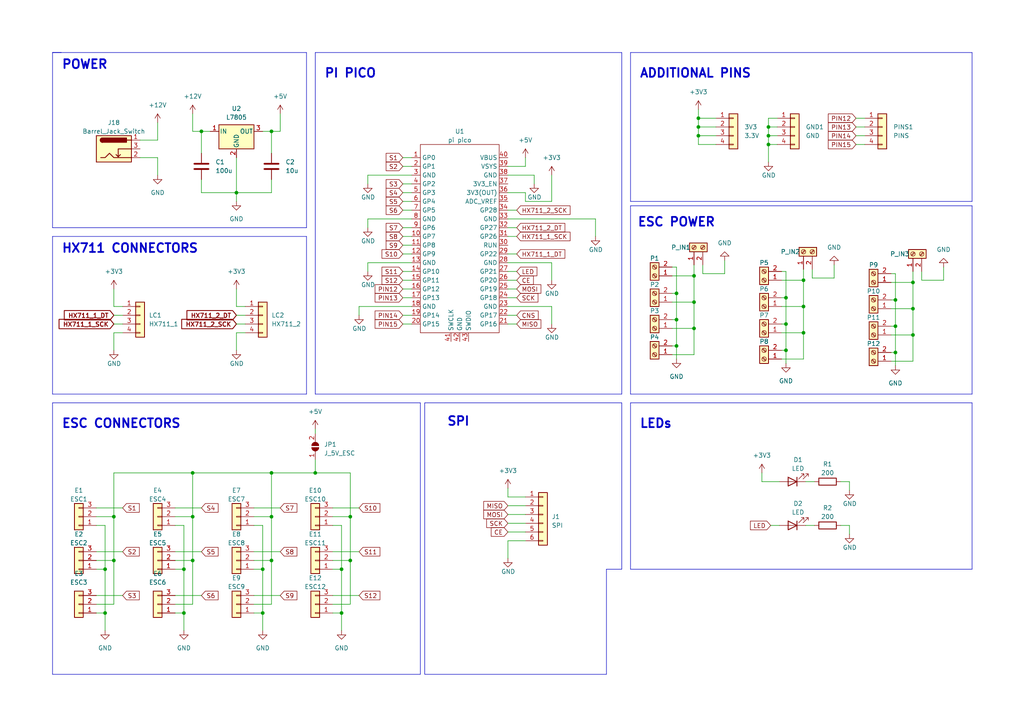
<source format=kicad_sch>
(kicad_sch (version 20230121) (generator eeschema)
  (paper "A4")
  (lib_symbols
    (symbol "Connector:Barrel_Jack_Switch" (pin_names hide)
      (property "Reference" "J" (at 0 5.334 0))
      (property "Value" "Barrel_Jack_Switch" (at 0 -5.08 0))
      (symbol "Barrel_Jack_Switch_0_1"
        (rectangle (start -5.08 3.81) (end 5.08 -3.81) (stroke (width 0.254)) (fill (type background)))
        (arc (start -3.302 3.175) (mid -3.9343 2.54) (end -3.302 1.905) (stroke (width 0.254)))
        (arc (start -3.302 3.175) (mid -3.9343 2.54) (end -3.302 1.905) (stroke (width 0.254)) (fill (type outline)))
        (polyline (pts (xy 1.27 -2.286) (xy 1.905 -1.651)) (stroke (width 0.254)))
        (polyline (pts (xy 5.08 2.54) (xy 3.81 2.54)) (stroke (width 0.254)))
        (polyline (pts (xy 5.08 0) (xy 1.27 0) (xy 1.27 -2.286) (xy 0.635 -1.651)) (stroke (width 0.254)))
        (polyline (pts (xy -3.81 -2.54) (xy -2.54 -2.54) (xy -1.27 -1.27) (xy 0 -2.54) (xy 2.54 -2.54) (xy 5.08 -2.54)) (stroke (width 0.254)))
        (rectangle (start 3.683 3.175) (end -3.302 1.905) (stroke (width 0.254)) (fill (type outline)))
      )
      (symbol "Barrel_Jack_Switch_1_1"
        (pin passive line (at 7.62 2.54 180) (length 2.54) (name "~") (number "1"))
        (pin passive line (at 7.62 -2.54 180) (length 2.54) (name "~") (number "2"))
        (pin passive line (at 7.62 0 180) (length 2.54) (name "~") (number "3"))
      )
    )
    (symbol "Connector:Screw_Terminal_01x02" (pin_names (offset 1.016) hide)
      (property "Reference" "J" (at 0 2.54 0))
      (property "Value" "Screw_Terminal_01x02" (at 0 -5.08 0))
      (symbol "Screw_Terminal_01x02_1_1"
        (rectangle (start -1.27 1.27) (end 1.27 -3.81) (stroke (width 0.254)) (fill (type background)))
        (circle (center 0 -2.54) (radius 0.635) (stroke (width 0.1524)))
        (polyline (pts (xy -0.5334 -2.2098) (xy 0.3302 -3.048)) (stroke (width 0.1524)))
        (polyline (pts (xy -0.5334 0.3302) (xy 0.3302 -0.508)) (stroke (width 0.1524)))
        (polyline (pts (xy -0.3556 -2.032) (xy 0.508 -2.8702)) (stroke (width 0.1524)))
        (polyline (pts (xy -0.3556 0.508) (xy 0.508 -0.3302)) (stroke (width 0.1524)))
        (circle (center 0 0) (radius 0.635) (stroke (width 0.1524)))
        (pin passive line (at -5.08 0 0) (length 3.81) (name "Pin_1") (number "1"))
        (pin passive line (at -5.08 -2.54 0) (length 3.81) (name "Pin_2") (number "2"))
      )
    )
    (symbol "Connector_Generic:Conn_01x03" (pin_names (offset 1.016) hide)
      (property "Reference" "J" (at 0 5.08 0))
      (property "Value" "Conn_01x03" (at 0 -5.08 0))
      (symbol "Conn_01x03_1_1"
        (rectangle (start -1.27 -2.413) (end 0 -2.667) (stroke (width 0.1524)))
        (rectangle (start -1.27 0.127) (end 0 -0.127) (stroke (width 0.1524)))
        (rectangle (start -1.27 2.667) (end 0 2.413) (stroke (width 0.1524)))
        (rectangle (start -1.27 3.81) (end 1.27 -3.81) (stroke (width 0.254)) (fill (type background)))
        (pin passive line (at -5.08 2.54 0) (length 3.81) (name "Pin_1") (number "1"))
        (pin passive line (at -5.08 0 0) (length 3.81) (name "Pin_2") (number "2"))
        (pin passive line (at -5.08 -2.54 0) (length 3.81) (name "Pin_3") (number "3"))
      )
    )
    (symbol "Connector_Generic:Conn_01x04" (pin_names (offset 1.016) hide)
      (property "Reference" "J" (at 0 5.08 0))
      (property "Value" "Conn_01x04" (at 0 -7.62 0))
      (symbol "Conn_01x04_1_1"
        (rectangle (start -1.27 -4.953) (end 0 -5.207) (stroke (width 0.1524)))
        (rectangle (start -1.27 -2.413) (end 0 -2.667) (stroke (width 0.1524)))
        (rectangle (start -1.27 0.127) (end 0 -0.127) (stroke (width 0.1524)))
        (rectangle (start -1.27 2.667) (end 0 2.413) (stroke (width 0.1524)))
        (rectangle (start -1.27 3.81) (end 1.27 -6.35) (stroke (width 0.254)) (fill (type background)))
        (pin passive line (at -5.08 2.54 0) (length 3.81) (name "Pin_1") (number "1"))
        (pin passive line (at -5.08 0 0) (length 3.81) (name "Pin_2") (number "2"))
        (pin passive line (at -5.08 -2.54 0) (length 3.81) (name "Pin_3") (number "3"))
        (pin passive line (at -5.08 -5.08 0) (length 3.81) (name "Pin_4") (number "4"))
      )
    )
    (symbol "Connector_Generic:Conn_01x06" (pin_names (offset 1.016) hide)
      (property "Reference" "J" (at 0 7.62 0))
      (property "Value" "Conn_01x06" (at 0 -10.16 0))
      (symbol "Conn_01x06_1_1"
        (rectangle (start -1.27 -7.493) (end 0 -7.747) (stroke (width 0.1524)))
        (rectangle (start -1.27 -4.953) (end 0 -5.207) (stroke (width 0.1524)))
        (rectangle (start -1.27 -2.413) (end 0 -2.667) (stroke (width 0.1524)))
        (rectangle (start -1.27 0.127) (end 0 -0.127) (stroke (width 0.1524)))
        (rectangle (start -1.27 2.667) (end 0 2.413) (stroke (width 0.1524)))
        (rectangle (start -1.27 5.207) (end 0 4.953) (stroke (width 0.1524)))
        (rectangle (start -1.27 6.35) (end 1.27 -8.89) (stroke (width 0.254)) (fill (type background)))
        (pin passive line (at -5.08 5.08 0) (length 3.81) (name "Pin_1") (number "1"))
        (pin passive line (at -5.08 2.54 0) (length 3.81) (name "Pin_2") (number "2"))
        (pin passive line (at -5.08 0 0) (length 3.81) (name "Pin_3") (number "3"))
        (pin passive line (at -5.08 -2.54 0) (length 3.81) (name "Pin_4") (number "4"))
        (pin passive line (at -5.08 -5.08 0) (length 3.81) (name "Pin_5") (number "5"))
        (pin passive line (at -5.08 -7.62 0) (length 3.81) (name "Pin_6") (number "6"))
      )
    )
    (symbol "Device:C" (pin_numbers hide) (pin_names (offset 0.254))
      (property "Reference" "C" (at 0.635 2.54 0))
      (property "Value" "C" (at 0.635 -2.54 0))
      (symbol "C_0_1"
        (polyline (pts (xy -2.032 -0.762) (xy 2.032 -0.762)) (stroke (width 0.508)))
        (polyline (pts (xy -2.032 0.762) (xy 2.032 0.762)) (stroke (width 0.508)))
      )
      (symbol "C_1_1"
        (pin passive line (at 0 3.81 270) (length 2.794) (name "~") (number "1"))
        (pin passive line (at 0 -3.81 90) (length 2.794) (name "~") (number "2"))
      )
    )
    (symbol "Device:LED" (pin_numbers hide) (pin_names (offset 1.016) hide)
      (property "Reference" "D" (at 0 2.54 0))
      (property "Value" "LED" (at 0 -2.54 0))
      (symbol "LED_0_1"
        (polyline (pts (xy -1.27 -1.27) (xy -1.27 1.27)) (stroke (width 0.254)))
        (polyline (pts (xy -1.27 0) (xy 1.27 0)))
        (polyline (pts (xy 1.27 -1.27) (xy 1.27 1.27) (xy -1.27 0) (xy 1.27 -1.27)) (stroke (width 0.254)))
        (polyline (pts (xy -3.048 -0.762) (xy -4.572 -2.286) (xy -3.81 -2.286) (xy -4.572 -2.286) (xy -4.572 -1.524)))
        (polyline (pts (xy -1.778 -0.762) (xy -3.302 -2.286) (xy -2.54 -2.286) (xy -3.302 -2.286) (xy -3.302 -1.524)))
      )
      (symbol "LED_1_1"
        (pin passive line (at -3.81 0 0) (length 2.54) (name "K") (number "1"))
        (pin passive line (at 3.81 0 180) (length 2.54) (name "A") (number "2"))
      )
    )
    (symbol "Device:R" (pin_numbers hide) (pin_names (offset 0))
      (property "Reference" "R" (at 2.032 0 90))
      (property "Value" "R" (at 0 0 90))
      (symbol "R_0_1"
        (rectangle (start -1.016 -2.54) (end 1.016 2.54) (stroke (width 0.254)))
      )
      (symbol "R_1_1"
        (pin passive line (at 0 3.81 270) (length 1.27) (name "~") (number "1"))
        (pin passive line (at 0 -3.81 90) (length 1.27) (name "~") (number "2"))
      )
    )
    (symbol "Jumper:SolderJumper_2_Open" (pin_names (offset 0) hide)
      (property "Reference" "JP" (at 0 2.032 0))
      (property "Value" "SolderJumper_2_Open" (at 0 -2.54 0))
      (symbol "SolderJumper_2_Open_0_1"
        (arc (start -0.254 1.016) (mid -1.2656 0) (end -0.254 -1.016))
        (arc (start -0.254 1.016) (mid -1.2656 0) (end -0.254 -1.016) (fill (type outline)))
        (polyline (pts (xy -0.254 1.016) (xy -0.254 -1.016)))
        (polyline (pts (xy 0.254 1.016) (xy 0.254 -1.016)))
        (arc (start 0.254 -1.016) (mid 1.2656 0) (end 0.254 1.016))
        (arc (start 0.254 -1.016) (mid 1.2656 0) (end 0.254 1.016) (fill (type outline)))
      )
      (symbol "SolderJumper_2_Open_1_1"
        (pin passive line (at -3.81 0 0) (length 2.54) (name "A") (number "1"))
        (pin passive line (at 3.81 0 180) (length 2.54) (name "B") (number "2"))
      )
    )
    (symbol "Regulator_Linear:L7805" (pin_names (offset 0.254))
      (property "Reference" "U" (at -3.81 3.175 0))
      (property "Value" "L7805" (at 0 3.175 0))
      (symbol "L7805_0_1"
        (rectangle (start -5.08 1.905) (end 5.08 -5.08) (stroke (width 0.254)) (fill (type background)))
      )
      (symbol "L7805_1_1"
        (pin power_in line (at -7.62 0 0) (length 2.54) (name "IN") (number "1"))
        (pin power_in line (at 0 -7.62 90) (length 2.54) (name "GND") (number "2"))
        (pin power_out line (at 7.62 0 180) (length 2.54) (name "OUT") (number "3"))
      )
    )
    (symbol "pico:pi pico"
      (property "Reference" "U" (at 6.35 -29.21 0))
      (property "Value" "pi pico" (at 0 25.4 0))
      (symbol "pi pico_0_1"
        (rectangle (start -11.43 26.67) (end 11.43 -27.94))
      )
      (symbol "pi pico_1_1"
        (pin bidirectional line (at -13.97 22.86 0) (length 2.54) (name "GP0") (number "1"))
        (pin bidirectional line (at -13.97 0 0) (length 2.54) (name "GP7") (number "10"))
        (pin bidirectional line (at -13.97 -2.54 0) (length 2.54) (name "GP8") (number "11"))
        (pin bidirectional line (at -13.97 -5.08 0) (length 2.54) (name "GP9") (number "12"))
        (pin power_in line (at -13.97 -7.62 0) (length 2.54) (name "GND") (number "13"))
        (pin bidirectional line (at -13.97 -10.16 0) (length 2.54) (name "GP10") (number "14"))
        (pin bidirectional line (at -13.97 -12.7 0) (length 2.54) (name "GP11") (number "15"))
        (pin bidirectional line (at -13.97 -15.24 0) (length 2.54) (name "GP12") (number "16"))
        (pin bidirectional line (at -13.97 -17.78 0) (length 2.54) (name "GP13") (number "17"))
        (pin power_in line (at -13.97 -20.32 0) (length 2.54) (name "GND") (number "18"))
        (pin bidirectional line (at -13.97 -22.86 0) (length 2.54) (name "GP14") (number "19"))
        (pin bidirectional line (at -13.97 20.32 0) (length 2.54) (name "GP1") (number "2"))
        (pin bidirectional line (at -13.97 -25.4 0) (length 2.54) (name "GP15") (number "20"))
        (pin bidirectional line (at 13.97 -25.4 180) (length 2.54) (name "GP16") (number "21"))
        (pin bidirectional line (at 13.97 -22.86 180) (length 2.54) (name "GP17") (number "22"))
        (pin power_in line (at 13.97 -20.32 180) (length 2.54) (name "GND") (number "23"))
        (pin bidirectional line (at 13.97 -17.78 180) (length 2.54) (name "GP18") (number "24"))
        (pin bidirectional line (at 13.97 -15.24 180) (length 2.54) (name "GP19") (number "25"))
        (pin bidirectional line (at 13.97 -12.7 180) (length 2.54) (name "GP20") (number "26"))
        (pin bidirectional line (at 13.97 -10.16 180) (length 2.54) (name "GP21") (number "27"))
        (pin power_in line (at 13.97 -7.62 180) (length 2.54) (name "GND") (number "28"))
        (pin bidirectional line (at 13.97 -5.08 180) (length 2.54) (name "GP22") (number "29"))
        (pin power_in line (at -13.97 17.78 0) (length 2.54) (name "GND") (number "3"))
        (pin input line (at 13.97 -2.54 180) (length 2.54) (name "RUN") (number "30"))
        (pin bidirectional line (at 13.97 0 180) (length 2.54) (name "GP26") (number "31"))
        (pin bidirectional line (at 13.97 2.54 180) (length 2.54) (name "GP27") (number "32"))
        (pin power_in line (at 13.97 5.08 180) (length 2.54) (name "GND") (number "33"))
        (pin bidirectional line (at 13.97 7.62 180) (length 2.54) (name "GP28") (number "34"))
        (pin input line (at 13.97 10.16 180) (length 2.54) (name "ADC_VREF") (number "35"))
        (pin power_out line (at 13.97 12.7 180) (length 2.54) (name "3V3(OUT)") (number "36"))
        (pin input line (at 13.97 15.24 180) (length 2.54) (name "3V3_EN") (number "37"))
        (pin power_in line (at 13.97 17.78 180) (length 2.54) (name "GND") (number "38"))
        (pin power_out line (at 13.97 20.32 180) (length 2.54) (name "VSYS") (number "39"))
        (pin bidirectional line (at -13.97 15.24 0) (length 2.54) (name "GP2") (number "4"))
        (pin power_out line (at 13.97 22.86 180) (length 2.54) (name "VBUS") (number "40"))
        (pin bidirectional line (at -2.54 -30.48 90) (length 2.54) (name "SWCLK") (number "41"))
        (pin power_in line (at 0 -30.48 90) (length 2.54) (name "GND") (number "42"))
        (pin bidirectional line (at 2.54 -30.48 90) (length 2.54) (name "SWDIO") (number "43"))
        (pin bidirectional line (at -13.97 12.7 0) (length 2.54) (name "GP3") (number "5"))
        (pin bidirectional line (at -13.97 10.16 0) (length 2.54) (name "GP4") (number "6"))
        (pin bidirectional line (at -13.97 7.62 0) (length 2.54) (name "GP5") (number "7"))
        (pin power_in line (at -13.97 5.08 0) (length 2.54) (name "GND") (number "8"))
        (pin bidirectional line (at -13.97 2.54 0) (length 2.54) (name "GP6") (number "9"))
      )
    )
    (symbol "power:+12V" (power) (pin_names (offset 0))
      (property "Value" "+12V" (at 0 3.556 0))
      (symbol "+12V_0_1"
        (polyline (pts (xy -0.762 1.27) (xy 0 2.54)))
        (polyline (pts (xy 0 0) (xy 0 2.54)))
        (polyline (pts (xy 0 2.54) (xy 0.762 1.27)))
      )
      (symbol "+12V_1_1"
        (pin power_in line (at 0 0 90) (length 0) hide (name "+12V") (number "1"))
      )
    )
    (symbol "power:+3V3" (power) (pin_names (offset 0))
      (property "Value" "+3V3" (at 0 3.556 0))
      (symbol "+3V3_0_1"
        (polyline (pts (xy -0.762 1.27) (xy 0 2.54)))
        (polyline (pts (xy 0 0) (xy 0 2.54)))
        (polyline (pts (xy 0 2.54) (xy 0.762 1.27)))
      )
      (symbol "+3V3_1_1"
        (pin power_in line (at 0 0 90) (length 0) hide (name "+3V3") (number "1"))
      )
    )
    (symbol "power:+5V" (power) (pin_names (offset 0))
      (property "Value" "+5V" (at 0 3.556 0))
      (symbol "+5V_0_1"
        (polyline (pts (xy -0.762 1.27) (xy 0 2.54)))
        (polyline (pts (xy 0 0) (xy 0 2.54)))
        (polyline (pts (xy 0 2.54) (xy 0.762 1.27)))
      )
      (symbol "+5V_1_1"
        (pin power_in line (at 0 0 90) (length 0) hide (name "+5V") (number "1"))
      )
    )
    (symbol "power:GND" (power) (pin_names (offset 0))
      (property "Value" "GND" (at 0 -3.81 0))
      (symbol "GND_0_1"
        (polyline (pts (xy 0 0) (xy 0 -1.27) (xy 1.27 -1.27) (xy 0 -2.54) (xy -1.27 -1.27) (xy 0 -1.27)))
      )
      (symbol "GND_1_1"
        (pin power_in line (at 0 0 270) (length 0) hide (name "GND") (number "1"))
      )
    )
  )
  (junction (at 227.965 101.6))
  (junction (at 264.795 97.155))
  (junction (at 202.565 34.29))
  (junction (at 222.885 36.83))
  (junction (at 33.02 162.56))
  (junction (at 99.06 165.1))
  (junction (at 259.715 86.995))
  (junction (at 222.885 41.91))
  (junction (at 227.965 93.98))
  (junction (at 99.06 177.8))
  (junction (at 259.715 94.615))
  (junction (at 76.2 177.8))
  (junction (at 233.045 88.9))
  (junction (at 264.795 89.535))
  (junction (at 201.295 87.63))
  (junction (at 233.045 96.52))
  (junction (at 201.295 95.25))
  (junction (at 233.045 81.28))
  (junction (at 196.215 85.09))
  (junction (at 30.48 177.8))
  (junction (at 222.885 39.37))
  (junction (at 55.88 149.86))
  (junction (at 53.34 165.1))
  (junction (at 259.715 102.235))
  (junction (at 33.02 149.86))
  (junction (at 30.48 165.1))
  (junction (at 78.74 162.56))
  (junction (at 68.58 55.88))
  (junction (at 202.565 36.83))
  (junction (at 101.6 149.86))
  (junction (at 78.74 38.1))
  (junction (at 202.565 39.37))
  (junction (at 201.295 80.01))
  (junction (at 53.34 177.8))
  (junction (at 91.44 137.16))
  (junction (at 76.2 165.1))
  (junction (at 55.88 162.56))
  (junction (at 78.74 149.86))
  (junction (at 55.88 137.16))
  (junction (at 101.6 162.56))
  (junction (at 196.215 92.71))
  (junction (at 58.42 38.1))
  (junction (at 196.215 100.33))
  (junction (at 227.965 86.36))
  (junction (at 78.74 137.16))
  (junction (at 264.795 81.915))
  (wire (pts (xy 96.52 152.4) (xy 99.06 152.4)))
  (wire (pts (xy 116.84 55.88) (xy 119.38 55.88)))
  (polyline (pts (xy 15.24 15.24) (xy 17.78 15.24)))
  (wire (pts (xy 116.84 83.82) (xy 119.38 83.82)))
  (wire (pts (xy 222.885 39.37) (xy 222.885 36.83)))
  (polyline (pts (xy 15.24 66.04) (xy 88.9 66.04)))
  (wire (pts (xy 152.4 55.88) (xy 147.32 55.88)))
  (wire (pts (xy 196.215 85.09) (xy 196.215 92.71)))
  (wire (pts (xy 27.94 162.56) (xy 33.02 162.56)))
  (wire (pts (xy 68.58 91.44) (xy 71.12 91.44)))
  (wire (pts (xy 147.32 83.82) (xy 149.86 83.82)))
  (wire (pts (xy 50.8 160.02) (xy 58.42 160.02)))
  (wire (pts (xy 71.12 96.52) (xy 68.58 96.52)))
  (wire (pts (xy 202.565 34.29) (xy 207.645 34.29)))
  (wire (pts (xy 106.68 78.74) (xy 106.68 76.2)))
  (polyline (pts (xy 281.94 114.3) (xy 281.94 59.69)))
  (wire (pts (xy 50.8 175.26) (xy 55.88 175.26)))
  (wire (pts (xy 55.88 137.16) (xy 55.88 149.86)))
  (wire (pts (xy 202.565 39.37) (xy 202.565 41.91)))
  (wire (pts (xy 235.585 78.105) (xy 235.585 80.645)))
  (wire (pts (xy 203.835 76.835) (xy 203.835 79.375)))
  (wire (pts (xy 248.285 41.91) (xy 250.825 41.91)))
  (wire (pts (xy 147.32 151.765) (xy 152.4 151.765)))
  (wire (pts (xy 91.44 124.46) (xy 91.44 125.73)))
  (wire (pts (xy 50.8 152.4) (xy 53.34 152.4)))
  (wire (pts (xy 35.56 96.52) (xy 33.02 96.52)))
  (wire (pts (xy 45.72 45.72) (xy 45.72 50.8)))
  (wire (pts (xy 264.795 89.535) (xy 264.795 81.915)))
  (wire (pts (xy 101.6 175.26) (xy 101.6 162.56)))
  (polyline (pts (xy 180.34 114.3) (xy 180.34 15.24)))
  (wire (pts (xy 147.32 154.305) (xy 152.4 154.305)))
  (polyline (pts (xy 180.34 15.24) (xy 91.44 15.24)))
  (wire (pts (xy 101.6 137.16) (xy 91.44 137.16)))
  (wire (pts (xy 101.6 149.86) (xy 101.6 162.56)))
  (wire (pts (xy 202.565 36.83) (xy 207.645 36.83)))
  (wire (pts (xy 154.94 53.34) (xy 154.94 50.8)))
  (wire (pts (xy 246.38 152.4) (xy 246.38 154.94)))
  (wire (pts (xy 53.34 177.8) (xy 53.34 182.88)))
  (wire (pts (xy 147.32 60.96) (xy 149.86 60.96)))
  (wire (pts (xy 96.52 149.86) (xy 101.6 149.86)))
  (wire (pts (xy 60.96 38.1) (xy 58.42 38.1)))
  (polyline (pts (xy 281.94 116.84) (xy 281.94 165.1)))
  (wire (pts (xy 152.4 58.42) (xy 152.4 55.88)))
  (wire (pts (xy 220.98 137.16) (xy 220.98 139.7)))
  (wire (pts (xy 233.68 139.7) (xy 236.22 139.7)))
  (wire (pts (xy 147.32 93.98) (xy 149.86 93.98)))
  (wire (pts (xy 33.02 88.9) (xy 33.02 83.82)))
  (polyline (pts (xy 15.24 15.24) (xy 15.24 66.04)))
  (wire (pts (xy 116.84 78.74) (xy 119.38 78.74)))
  (wire (pts (xy 40.64 45.72) (xy 45.72 45.72)))
  (wire (pts (xy 58.42 55.88) (xy 68.58 55.88)))
  (wire (pts (xy 226.695 88.9) (xy 233.045 88.9)))
  (wire (pts (xy 30.48 177.8) (xy 30.48 182.88)))
  (polyline (pts (xy 123.19 116.84) (xy 180.34 116.84)))
  (wire (pts (xy 116.84 48.26) (xy 119.38 48.26)))
  (polyline (pts (xy 121.92 195.58) (xy 121.92 116.84)))
  (wire (pts (xy 116.84 68.58) (xy 119.38 68.58)))
  (wire (pts (xy 116.84 60.96) (xy 119.38 60.96)))
  (wire (pts (xy 55.88 33.02) (xy 55.88 38.1)))
  (wire (pts (xy 248.285 39.37) (xy 250.825 39.37)))
  (wire (pts (xy 258.445 89.535) (xy 264.795 89.535)))
  (wire (pts (xy 68.58 93.98) (xy 71.12 93.98)))
  (wire (pts (xy 201.295 76.835) (xy 201.295 80.01)))
  (wire (pts (xy 259.715 94.615) (xy 259.715 102.235)))
  (wire (pts (xy 160.02 76.2) (xy 147.32 76.2)))
  (wire (pts (xy 259.715 79.375) (xy 258.445 79.375)))
  (wire (pts (xy 96.52 175.26) (xy 101.6 175.26)))
  (wire (pts (xy 201.295 87.63) (xy 201.295 80.01)))
  (wire (pts (xy 147.32 66.04) (xy 149.86 66.04)))
  (wire (pts (xy 68.58 96.52) (xy 68.58 101.6)))
  (wire (pts (xy 196.215 100.33) (xy 194.945 100.33)))
  (wire (pts (xy 96.52 160.02) (xy 104.14 160.02)))
  (wire (pts (xy 222.885 36.83) (xy 222.885 34.29)))
  (wire (pts (xy 73.66 147.32) (xy 81.28 147.32)))
  (wire (pts (xy 50.8 172.72) (xy 58.42 172.72)))
  (wire (pts (xy 233.68 152.4) (xy 236.22 152.4)))
  (wire (pts (xy 116.84 91.44) (xy 119.38 91.44)))
  (wire (pts (xy 104.14 88.9) (xy 119.38 88.9)))
  (polyline (pts (xy 182.88 58.42) (xy 281.94 58.42)))
  (wire (pts (xy 196.215 100.33) (xy 196.215 104.14)))
  (wire (pts (xy 73.66 177.8) (xy 76.2 177.8)))
  (wire (pts (xy 73.66 160.02) (xy 81.28 160.02)))
  (polyline (pts (xy 121.92 116.84) (xy 15.24 116.84)))
  (wire (pts (xy 152.4 156.845) (xy 147.32 156.845)))
  (wire (pts (xy 147.32 149.225) (xy 152.4 149.225)))
  (wire (pts (xy 194.945 95.25) (xy 201.295 95.25)))
  (wire (pts (xy 202.565 36.83) (xy 202.565 39.37)))
  (polyline (pts (xy 175.895 195.58) (xy 123.19 195.58)))
  (wire (pts (xy 91.44 137.16) (xy 91.44 133.35)))
  (wire (pts (xy 172.72 63.5) (xy 147.32 63.5)))
  (wire (pts (xy 264.795 89.535) (xy 264.795 97.155)))
  (wire (pts (xy 273.685 81.28) (xy 273.685 77.47)))
  (wire (pts (xy 45.72 40.64) (xy 45.72 35.56)))
  (wire (pts (xy 68.58 55.88) (xy 78.74 55.88)))
  (wire (pts (xy 50.8 177.8) (xy 53.34 177.8)))
  (polyline (pts (xy 182.88 15.24) (xy 281.94 15.24)))
  (wire (pts (xy 233.045 78.105) (xy 233.045 81.28)))
  (wire (pts (xy 106.68 50.8) (xy 119.38 50.8)))
  (polyline (pts (xy 175.895 165.1) (xy 175.895 195.58)))
  (wire (pts (xy 147.32 144.145) (xy 147.32 141.605)))
  (wire (pts (xy 71.12 88.9) (xy 68.58 88.9)))
  (wire (pts (xy 58.42 38.1) (xy 58.42 44.45)))
  (wire (pts (xy 33.02 93.98) (xy 35.56 93.98)))
  (wire (pts (xy 201.295 95.25) (xy 201.295 102.87)))
  (wire (pts (xy 152.4 45.72) (xy 152.4 48.26)))
  (wire (pts (xy 248.285 36.83) (xy 250.825 36.83)))
  (wire (pts (xy 243.84 139.7) (xy 246.38 139.7)))
  (wire (pts (xy 81.28 33.02) (xy 81.28 38.1)))
  (wire (pts (xy 227.965 93.98) (xy 226.695 93.98)))
  (wire (pts (xy 116.84 58.42) (xy 119.38 58.42)))
  (wire (pts (xy 267.335 78.74) (xy 267.335 81.28)))
  (wire (pts (xy 73.66 162.56) (xy 78.74 162.56)))
  (wire (pts (xy 202.565 34.29) (xy 202.565 36.83)))
  (wire (pts (xy 99.06 177.8) (xy 99.06 182.88)))
  (wire (pts (xy 50.8 149.86) (xy 55.88 149.86)))
  (wire (pts (xy 116.84 81.28) (xy 119.38 81.28)))
  (wire (pts (xy 116.84 93.98) (xy 119.38 93.98)))
  (wire (pts (xy 78.74 137.16) (xy 91.44 137.16)))
  (wire (pts (xy 116.84 86.36) (xy 119.38 86.36)))
  (wire (pts (xy 55.88 175.26) (xy 55.88 162.56)))
  (wire (pts (xy 259.715 86.995) (xy 259.715 79.375)))
  (wire (pts (xy 78.74 38.1) (xy 78.74 44.45)))
  (wire (pts (xy 160.02 58.42) (xy 152.4 58.42)))
  (polyline (pts (xy 182.88 15.24) (xy 182.88 58.42)))
  (wire (pts (xy 267.335 81.28) (xy 273.685 81.28)))
  (wire (pts (xy 78.74 38.1) (xy 81.28 38.1)))
  (polyline (pts (xy 91.44 15.24) (xy 91.44 114.3)))
  (wire (pts (xy 50.8 165.1) (xy 53.34 165.1)))
  (polyline (pts (xy 15.24 116.84) (xy 15.24 195.58)))
  (wire (pts (xy 50.8 162.56) (xy 55.88 162.56)))
  (wire (pts (xy 58.42 52.07) (xy 58.42 55.88)))
  (wire (pts (xy 116.84 53.34) (xy 119.38 53.34)))
  (wire (pts (xy 259.715 94.615) (xy 258.445 94.615)))
  (wire (pts (xy 55.88 38.1) (xy 58.42 38.1)))
  (wire (pts (xy 201.295 87.63) (xy 201.295 95.25)))
  (wire (pts (xy 76.2 38.1) (xy 78.74 38.1)))
  (wire (pts (xy 116.84 45.72) (xy 119.38 45.72)))
  (wire (pts (xy 78.74 137.16) (xy 78.74 149.86)))
  (wire (pts (xy 27.94 147.32) (xy 35.56 147.32)))
  (wire (pts (xy 27.94 149.86) (xy 33.02 149.86)))
  (wire (pts (xy 96.52 172.72) (xy 104.14 172.72)))
  (wire (pts (xy 68.58 88.9) (xy 68.58 83.82)))
  (polyline (pts (xy 180.34 165.1) (xy 175.895 165.1)))
  (wire (pts (xy 227.965 101.6) (xy 226.695 101.6)))
  (wire (pts (xy 33.02 175.26) (xy 33.02 162.56)))
  (wire (pts (xy 220.98 139.7) (xy 226.06 139.7)))
  (wire (pts (xy 147.32 91.44) (xy 149.86 91.44)))
  (wire (pts (xy 259.715 86.995) (xy 259.715 94.615)))
  (wire (pts (xy 202.565 31.75) (xy 202.565 34.29)))
  (polyline (pts (xy 15.24 114.3) (xy 88.9 114.3)))
  (polyline (pts (xy 281.94 59.69) (xy 182.88 59.69)))
  (wire (pts (xy 227.965 86.36) (xy 227.965 93.98)))
  (wire (pts (xy 30.48 165.1) (xy 30.48 177.8)))
  (wire (pts (xy 194.945 87.63) (xy 201.295 87.63)))
  (wire (pts (xy 27.94 152.4) (xy 30.48 152.4)))
  (wire (pts (xy 201.295 80.01) (xy 194.945 80.01)))
  (wire (pts (xy 227.965 78.74) (xy 226.695 78.74)))
  (wire (pts (xy 30.48 152.4) (xy 30.48 165.1)))
  (wire (pts (xy 222.885 46.99) (xy 222.885 41.91)))
  (wire (pts (xy 246.38 139.7) (xy 246.38 142.24)))
  (polyline (pts (xy 182.88 59.69) (xy 182.88 114.3)))
  (wire (pts (xy 96.52 177.8) (xy 99.06 177.8)))
  (polyline (pts (xy 15.24 15.24) (xy 88.9 15.24)))
  (wire (pts (xy 147.32 78.74) (xy 149.86 78.74)))
  (wire (pts (xy 243.84 152.4) (xy 246.38 152.4)))
  (wire (pts (xy 27.94 175.26) (xy 33.02 175.26)))
  (wire (pts (xy 227.965 101.6) (xy 227.965 105.41)))
  (wire (pts (xy 226.695 96.52) (xy 233.045 96.52)))
  (wire (pts (xy 99.06 152.4) (xy 99.06 165.1)))
  (wire (pts (xy 147.32 68.58) (xy 149.86 68.58)))
  (wire (pts (xy 33.02 96.52) (xy 33.02 101.6)))
  (wire (pts (xy 196.215 77.47) (xy 194.945 77.47)))
  (wire (pts (xy 78.74 149.86) (xy 78.74 162.56)))
  (wire (pts (xy 96.52 147.32) (xy 104.14 147.32)))
  (wire (pts (xy 248.285 34.29) (xy 250.825 34.29)))
  (wire (pts (xy 33.02 137.16) (xy 55.88 137.16)))
  (wire (pts (xy 55.88 137.16) (xy 78.74 137.16)))
  (polyline (pts (xy 88.9 68.58) (xy 15.24 68.58)))
  (wire (pts (xy 76.2 177.8) (xy 76.2 182.88)))
  (wire (pts (xy 27.94 177.8) (xy 30.48 177.8)))
  (wire (pts (xy 147.32 48.26) (xy 152.4 48.26)))
  (wire (pts (xy 160.02 93.98) (xy 160.02 88.9)))
  (polyline (pts (xy 281.94 165.1) (xy 182.88 165.1)))
  (wire (pts (xy 27.94 165.1) (xy 30.48 165.1)))
  (wire (pts (xy 241.935 80.645) (xy 241.935 76.835)))
  (wire (pts (xy 196.215 85.09) (xy 196.215 77.47)))
  (wire (pts (xy 116.84 71.12) (xy 119.38 71.12)))
  (wire (pts (xy 172.72 68.58) (xy 172.72 63.5)))
  (wire (pts (xy 27.94 172.72) (xy 35.56 172.72)))
  (wire (pts (xy 99.06 165.1) (xy 99.06 177.8)))
  (wire (pts (xy 227.965 86.36) (xy 227.965 78.74)))
  (wire (pts (xy 222.885 39.37) (xy 225.425 39.37)))
  (wire (pts (xy 68.58 55.88) (xy 68.58 45.72)))
  (wire (pts (xy 194.945 102.87) (xy 201.295 102.87)))
  (polyline (pts (xy 88.9 66.04) (xy 88.9 15.24)))
  (wire (pts (xy 116.84 73.66) (xy 119.38 73.66)))
  (wire (pts (xy 227.965 93.98) (xy 227.965 101.6)))
  (wire (pts (xy 196.215 92.71) (xy 194.945 92.71)))
  (wire (pts (xy 222.885 41.91) (xy 225.425 41.91)))
  (polyline (pts (xy 91.44 114.3) (xy 180.34 114.3)))
  (wire (pts (xy 222.885 36.83) (xy 225.425 36.83)))
  (wire (pts (xy 33.02 137.16) (xy 33.02 149.86)))
  (wire (pts (xy 210.185 79.375) (xy 210.185 75.565)))
  (wire (pts (xy 73.66 152.4) (xy 76.2 152.4)))
  (polyline (pts (xy 182.88 114.3) (xy 281.94 114.3)))
  (wire (pts (xy 68.58 55.88) (xy 68.58 58.42)))
  (polyline (pts (xy 15.24 68.58) (xy 15.24 114.3)))
  (wire (pts (xy 160.02 81.28) (xy 160.02 76.2)))
  (wire (pts (xy 27.94 160.02) (xy 35.56 160.02)))
  (wire (pts (xy 78.74 175.26) (xy 78.74 162.56)))
  (wire (pts (xy 264.795 97.155) (xy 264.795 104.775)))
  (wire (pts (xy 259.715 102.235) (xy 259.715 106.045)))
  (wire (pts (xy 264.795 81.915) (xy 258.445 81.915)))
  (wire (pts (xy 53.34 165.1) (xy 53.34 177.8)))
  (wire (pts (xy 147.32 146.685) (xy 152.4 146.685)))
  (wire (pts (xy 55.88 149.86) (xy 55.88 162.56)))
  (wire (pts (xy 203.835 79.375) (xy 210.185 79.375)))
  (wire (pts (xy 235.585 80.645) (xy 241.935 80.645)))
  (wire (pts (xy 104.14 91.44) (xy 104.14 88.9)))
  (polyline (pts (xy 15.24 195.58) (xy 121.92 195.58)))
  (polyline (pts (xy 281.94 58.42) (xy 281.94 15.24)))
  (wire (pts (xy 101.6 137.16) (xy 101.6 149.86)))
  (wire (pts (xy 50.8 147.32) (xy 58.42 147.32)))
  (wire (pts (xy 196.215 85.09) (xy 194.945 85.09)))
  (wire (pts (xy 152.4 144.145) (xy 147.32 144.145)))
  (wire (pts (xy 259.715 86.995) (xy 258.445 86.995)))
  (wire (pts (xy 106.68 53.34) (xy 106.68 50.8)))
  (wire (pts (xy 73.66 175.26) (xy 78.74 175.26)))
  (wire (pts (xy 40.64 40.64) (xy 45.72 40.64)))
  (wire (pts (xy 196.215 92.71) (xy 196.215 100.33)))
  (wire (pts (xy 76.2 152.4) (xy 76.2 165.1)))
  (wire (pts (xy 96.52 162.56) (xy 101.6 162.56)))
  (wire (pts (xy 233.045 88.9) (xy 233.045 81.28)))
  (wire (pts (xy 147.32 88.9) (xy 160.02 88.9)))
  (wire (pts (xy 222.885 34.29) (xy 225.425 34.29)))
  (wire (pts (xy 227.965 86.36) (xy 226.695 86.36)))
  (wire (pts (xy 223.52 152.4) (xy 226.06 152.4)))
  (wire (pts (xy 73.66 165.1) (xy 76.2 165.1)))
  (wire (pts (xy 222.885 41.91) (xy 222.885 39.37)))
  (wire (pts (xy 202.565 39.37) (xy 207.645 39.37)))
  (wire (pts (xy 259.715 102.235) (xy 258.445 102.235)))
  (wire (pts (xy 53.34 152.4) (xy 53.34 165.1)))
  (wire (pts (xy 226.695 104.14) (xy 233.045 104.14)))
  (wire (pts (xy 147.32 81.28) (xy 149.86 81.28)))
  (wire (pts (xy 147.32 156.845) (xy 147.32 161.925)))
  (polyline (pts (xy 182.88 116.84) (xy 281.94 116.84)))
  (polyline (pts (xy 88.9 114.3) (xy 88.9 68.58)))
  (wire (pts (xy 33.02 91.44) (xy 35.56 91.44)))
  (wire (pts (xy 147.32 50.8) (xy 154.94 50.8)))
  (wire (pts (xy 233.045 88.9) (xy 233.045 96.52)))
  (polyline (pts (xy 182.88 116.84) (xy 182.88 165.1)))
  (wire (pts (xy 106.68 76.2) (xy 119.38 76.2)))
  (wire (pts (xy 33.02 149.86) (xy 33.02 162.56)))
  (wire (pts (xy 96.52 165.1) (xy 99.06 165.1)))
  (wire (pts (xy 106.68 66.04) (xy 106.68 63.5)))
  (wire (pts (xy 147.32 86.36) (xy 149.86 86.36)))
  (wire (pts (xy 233.045 96.52) (xy 233.045 104.14)))
  (wire (pts (xy 264.795 78.74) (xy 264.795 81.915)))
  (wire (pts (xy 258.445 97.155) (xy 264.795 97.155)))
  (wire (pts (xy 35.56 88.9) (xy 33.02 88.9)))
  (wire (pts (xy 258.445 104.775) (xy 264.795 104.775)))
  (polyline (pts (xy 180.34 116.84) (xy 180.34 165.1)))
  (wire (pts (xy 116.84 66.04) (xy 119.38 66.04)))
  (wire (pts (xy 233.045 81.28) (xy 226.695 81.28)))
  (wire (pts (xy 160.02 50.8) (xy 160.02 58.42)))
  (polyline (pts (xy 123.19 116.84) (xy 123.19 195.58)))
  (wire (pts (xy 73.66 149.86) (xy 78.74 149.86)))
  (wire (pts (xy 106.68 63.5) (xy 119.38 63.5)))
  (wire (pts (xy 147.32 73.66) (xy 149.86 73.66)))
  (wire (pts (xy 78.74 52.07) (xy 78.74 55.88)))
  (wire (pts (xy 76.2 165.1) (xy 76.2 177.8)))
  (wire (pts (xy 202.565 41.91) (xy 207.645 41.91)))
  (wire (pts (xy 73.66 172.72) (xy 81.28 172.72)))
  (text "ESC CONNECTORS" (at 17.78 124.46 0) (effects (font (size 2.54 2.54) bold) (justify left bottom)))
  (text "LEDs" (at 185.42 124.46 0) (effects (font (size 2.54 2.54) (thickness 0.508) bold) (justify left bottom)))
  (text "ADDITIONAL PINS" (at 185.42 22.86 0) (effects (font (size 2.54 2.54) (thickness 0.508) bold) (justify left bottom)))
  (text "SPI\n" (at 129.54 123.825 0) (effects (font (size 2.54 2.54) (thickness 0.508) bold) (justify left bottom)))
  (text "ESC POWER\n" (at 184.785 66.04 0) (effects (font (size 2.54 2.54) (thickness 0.508) bold) (justify left bottom)))
  (text "HX711 CONNECTORS\n" (at 17.78 73.66 0) (effects (font (size 2.54 2.54) bold) (justify left bottom)))
  (text "PI PICO" (at 93.98 22.86 0) (effects (font (size 2.54 2.54) (thickness 0.508) bold) (justify left bottom)))
  (text "POWER" (at 17.78 20.32 0) (effects (font (size 2.54 2.54) (thickness 0.508) bold) (justify left bottom)))
  (global_label "S11" (shape input) (at 116.84 78.74 180) (property "Intersheetrefs" "${INTERSHEET_REFS}" (effects hide)))
  (global_label "PIN12" (shape input) (at 248.285 34.29 180) (property "Intersheetrefs" "${INTERSHEET_REFS}" (effects hide)))
  (global_label "MOSI" (shape input) (at 149.86 83.82 0) (property "Intersheetrefs" "${INTERSHEET_REFS}" (effects hide)))
  (global_label "S12" (shape input) (at 104.14 172.72 0) (property "Intersheetrefs" "${INTERSHEET_REFS}" (effects hide)))
  (global_label "S2" (shape input) (at 35.56 160.02 0) (property "Intersheetrefs" "${INTERSHEET_REFS}" (effects hide)))
  (global_label "PIN13" (shape input) (at 116.84 86.36 180) (property "Intersheetrefs" "${INTERSHEET_REFS}" (effects hide)))
  (global_label "S8" (shape input) (at 81.28 160.02 0) (property "Intersheetrefs" "${INTERSHEET_REFS}" (effects hide)))
  (global_label "S3" (shape input) (at 35.56 172.72 0) (property "Intersheetrefs" "${INTERSHEET_REFS}" (effects hide)))
  (global_label "S2" (shape input) (at 116.84 48.26 180) (property "Intersheetrefs" "${INTERSHEET_REFS}" (effects hide)))
  (global_label "S6" (shape input) (at 58.42 172.72 0) (property "Intersheetrefs" "${INTERSHEET_REFS}" (effects hide)))
  (global_label "S12" (shape input) (at 116.84 81.28 180) (property "Intersheetrefs" "${INTERSHEET_REFS}" (effects hide)))
  (global_label "PIN14" (shape input) (at 248.285 39.37 180) (property "Intersheetrefs" "${INTERSHEET_REFS}" (effects hide)))
  (global_label "SCK" (shape input) (at 149.86 86.36 0) (property "Intersheetrefs" "${INTERSHEET_REFS}" (effects hide)))
  (global_label "S1" (shape input) (at 35.56 147.32 0) (property "Intersheetrefs" "${INTERSHEET_REFS}" (effects hide)))
  (global_label "CNS" (shape input) (at 149.86 91.44 0) (property "Intersheetrefs" "${INTERSHEET_REFS}" (effects hide)))
  (global_label "S3" (shape input) (at 116.84 53.34 180) (property "Intersheetrefs" "${INTERSHEET_REFS}" (effects hide)))
  (global_label "MOSI" (shape input) (at 147.32 149.225 180) (property "Intersheetrefs" "${INTERSHEET_REFS}" (effects hide)))
  (global_label "S4" (shape input) (at 116.84 55.88 180) (property "Intersheetrefs" "${INTERSHEET_REFS}" (effects hide)))
  (global_label "S9" (shape input) (at 81.28 172.72 0) (property "Intersheetrefs" "${INTERSHEET_REFS}" (effects hide)))
  (global_label "S10" (shape input) (at 116.84 73.66 180) (property "Intersheetrefs" "${INTERSHEET_REFS}" (effects hide)))
  (global_label "HX711_1_SCK" (shape input) (at 149.86 68.58 0) (property "Intersheetrefs" "${INTERSHEET_REFS}" (effects hide)))
  (global_label "PIN13" (shape input) (at 248.285 36.83 180) (property "Intersheetrefs" "${INTERSHEET_REFS}" (effects hide)))
  (global_label "CE" (shape input) (at 147.32 154.305 180) (property "Intersheetrefs" "${INTERSHEET_REFS}" (effects hide)))
  (global_label "SCK" (shape input) (at 147.32 151.765 180) (property "Intersheetrefs" "${INTERSHEET_REFS}" (effects hide)))
  (global_label "PIN12" (shape input) (at 116.84 83.82 180) (property "Intersheetrefs" "${INTERSHEET_REFS}" (effects hide)))
  (global_label "HX711_1_SCK" (shape input) (at 33.02 93.98 180) (effects (font bold)) (property "Intersheetrefs" "${INTERSHEET_REFS}" (effects hide)))
  (global_label "HX711_1_DT" (shape input) (at 33.02 91.44 180) (effects (font bold)) (property "Intersheetrefs" "${INTERSHEET_REFS}" (effects hide)))
  (global_label "PIN15" (shape input) (at 248.285 41.91 180) (property "Intersheetrefs" "${INTERSHEET_REFS}" (effects hide)))
  (global_label "HX711_1_DT" (shape input) (at 149.86 73.66 0) (property "Intersheetrefs" "${INTERSHEET_REFS}" (effects hide)))
  (global_label "CE" (shape input) (at 149.86 81.28 0) (property "Intersheetrefs" "${INTERSHEET_REFS}" (effects hide)))
  (global_label "S9" (shape input) (at 116.84 71.12 180) (property "Intersheetrefs" "${INTERSHEET_REFS}" (effects hide)))
  (global_label "S6" (shape input) (at 116.84 60.96 180) (property "Intersheetrefs" "${INTERSHEET_REFS}" (effects hide)))
  (global_label "S5" (shape input) (at 116.84 58.42 180) (property "Intersheetrefs" "${INTERSHEET_REFS}" (effects hide)))
  (global_label "S7" (shape input) (at 116.84 66.04 180) (property "Intersheetrefs" "${INTERSHEET_REFS}" (effects hide)))
  (global_label "HX711_2_DT" (shape input) (at 68.58 91.44 180) (effects (font bold)) (property "Intersheetrefs" "${INTERSHEET_REFS}" (effects hide)))
  (global_label "HX711_2_SCK" (shape input) (at 68.58 93.98 180) (effects (font bold)) (property "Intersheetrefs" "${INTERSHEET_REFS}" (effects hide)))
  (global_label "S5" (shape input) (at 58.42 160.02 0) (property "Intersheetrefs" "${INTERSHEET_REFS}" (effects hide)))
  (global_label "S7" (shape input) (at 81.28 147.32 0) (property "Intersheetrefs" "${INTERSHEET_REFS}" (effects hide)))
  (global_label "PIN15" (shape input) (at 116.84 93.98 180) (property "Intersheetrefs" "${INTERSHEET_REFS}" (effects hide)))
  (global_label "LED" (shape input) (at 223.52 152.4 180) (property "Intersheetrefs" "${INTERSHEET_REFS}" (effects hide)))
  (global_label "MISO" (shape input) (at 149.86 93.98 0) (property "Intersheetrefs" "${INTERSHEET_REFS}" (effects hide)))
  (global_label "MISO" (shape input) (at 147.32 146.685 180) (property "Intersheetrefs" "${INTERSHEET_REFS}" (effects hide)))
  (global_label "S1" (shape input) (at 116.84 45.72 180) (property "Intersheetrefs" "${INTERSHEET_REFS}" (effects hide)))
  (global_label "LED" (shape input) (at 149.86 78.74 0) (property "Intersheetrefs" "${INTERSHEET_REFS}" (effects hide)))
  (global_label "S10" (shape input) (at 104.14 147.32 0) (property "Intersheetrefs" "${INTERSHEET_REFS}" (effects hide)))
  (global_label "S4" (shape input) (at 58.42 147.32 0) (property "Intersheetrefs" "${INTERSHEET_REFS}" (effects hide)))
  (global_label "HX711_2_SCK" (shape input) (at 149.86 60.96 0) (property "Intersheetrefs" "${INTERSHEET_REFS}" (effects hide)))
  (global_label "S8" (shape input) (at 116.84 68.58 180) (property "Intersheetrefs" "${INTERSHEET_REFS}" (effects hide)))
  (global_label "PIN14" (shape input) (at 116.84 91.44 180) (property "Intersheetrefs" "${INTERSHEET_REFS}" (effects hide)))
  (global_label "HX711_2_DT" (shape input) (at 149.86 66.04 0) (property "Intersheetrefs" "${INTERSHEET_REFS}" (effects hide)))
  (global_label "S11" (shape input) (at 104.14 160.02 0) (property "Intersheetrefs" "${INTERSHEET_REFS}" (effects hide)))
  (symbol (lib_id "Jumper:SolderJumper_2_Open") (at 91.44 129.54 90) (unit 1)
    (property "Reference" "JP1" (at 93.98 128.905 90) (effects (justify right)))
    (property "Value" "J_5V_ESC" (at 93.98 131.445 90) (effects (justify right)))
    (property "Footprint" "Jumper:SolderJumper-2_P1.3mm_Open_RoundedPad1.0x1.5mm" (effects hide))
  )
  (symbol (lib_id "Connector_Generic:Conn_01x03") (at 91.44 162.56 180) (unit 1)
    (property "Reference" "E11" (at 91.44 154.94 0))
    (property "Value" "ESC11" (at 91.44 157.48 0))
    (property "Footprint" "Connector_PinSocket_2.54mm:PinSocket_1x03_P2.54mm_Vertical" (effects hide))
  )
  (symbol (lib_id "power:GND") (at 30.48 182.88 0) (unit 1)
    (property "Reference" "#PWR018" (effects hide))
    (property "Value" "GND" (at 30.48 187.96 0))
  )
  (symbol (lib_id "Connector_Generic:Conn_01x03") (at 68.58 162.56 180) (unit 1)
    (property "Reference" "E8" (at 68.58 154.94 0))
    (property "Value" "ESC8" (at 68.58 157.48 0))
    (property "Footprint" "Connector_PinSocket_2.54mm:PinSocket_1x03_P2.54mm_Vertical" (effects hide))
  )
  (symbol (lib_id "power:GND") (at 259.715 106.045 0) (unit 1)
    (property "Reference" "#PWR036" (effects hide))
    (property "Value" "GND" (at 259.715 111.125 0))
  )
  (symbol (lib_id "power:+3V3") (at 220.98 137.16 0) (unit 1)
    (property "Reference" "#PWR025" (effects hide))
    (property "Value" "+3V3" (at 220.98 132.08 0))
  )
  (symbol (lib_id "power:+5V") (at 152.4 45.72 0) (unit 1)
    (property "Reference" "#PWR05" (effects hide))
    (property "Value" "+5V" (at 152.4 40.64 0))
  )
  (symbol (lib_id "Connector:Barrel_Jack_Switch") (at 33.02 43.18 0) (unit 1)
    (property "Reference" "J18" (at 33.02 35.56 0))
    (property "Value" "Barrel_Jack_Switch" (at 33.02 38.1 0))
    (property "Footprint" "Connector_BarrelJack:BarrelJack_Horizontal" (effects hide))
  )
  (symbol (lib_id "Device:LED") (at 229.87 152.4 180) (unit 1)
    (property "Reference" "D2" (at 231.4575 146.05 0))
    (property "Value" "LED" (at 231.4575 148.59 0))
    (property "Footprint" "LED_THT:LED_D5.0mm" (effects hide))
  )
  (symbol (lib_id "Connector_Generic:Conn_01x03") (at 68.58 175.26 180) (unit 1)
    (property "Reference" "E9" (at 68.58 167.64 0))
    (property "Value" "ESC9" (at 68.58 170.18 0))
    (property "Footprint" "Connector_PinSocket_2.54mm:PinSocket_1x03_P2.54mm_Vertical" (effects hide))
  )
  (symbol (lib_id "power:+12V") (at 55.88 33.02 0) (unit 1)
    (property "Reference" "#PWR011" (effects hide))
    (property "Value" "+12V" (at 55.88 27.94 0))
  )
  (symbol (lib_id "power:+3V3") (at 68.58 83.82 0) (unit 1)
    (property "Reference" "#PWR030" (effects hide))
    (property "Value" "+3V3" (at 68.58 78.74 0))
  )
  (symbol (lib_id "Connector:Screw_Terminal_01x02") (at 189.865 87.63 180) (unit 1)
    (property "Reference" "P2" (at 189.865 82.55 0))
    (property "Value" "P1" (effects hide))
    (property "Footprint" "TerminalBlock:TerminalBlock_bornier-2_P5.08mm" (effects hide))
  )
  (symbol (lib_id "power:GND") (at 196.215 104.14 0) (unit 1)
    (property "Reference" "#PWR032" (effects hide))
    (property "Value" "GND" (at 196.215 109.22 0))
  )
  (symbol (lib_id "power:GND") (at 273.685 77.47 180) (unit 1)
    (property "Reference" "#PWR037" (effects hide))
    (property "Value" "GND" (at 273.685 72.39 0))
  )
  (symbol (lib_id "Connector:Screw_Terminal_01x02") (at 189.865 102.87 180) (unit 1)
    (property "Reference" "P4" (at 189.865 97.79 0))
    (property "Value" "P1" (effects hide))
    (property "Footprint" "TerminalBlock:TerminalBlock_bornier-2_P5.08mm" (effects hide))
  )
  (symbol (lib_id "power:GND") (at 106.68 53.34 0) (unit 1)
    (property "Reference" "#PWR02" (effects hide))
    (property "Value" "GND" (at 106.7621 57.1991 0))
  )
  (symbol (lib_id "Connector_Generic:Conn_01x03") (at 22.86 175.26 180) (unit 1)
    (property "Reference" "E3" (at 22.86 166.37 0))
    (property "Value" "ESC3" (at 22.86 168.91 0))
    (property "Footprint" "Connector_PinSocket_2.54mm:PinSocket_1x03_P2.54mm_Vertical" (effects hide))
  )
  (symbol (lib_id "Connector:Screw_Terminal_01x02") (at 221.615 96.52 180) (unit 1)
    (property "Reference" "P7" (at 221.615 91.44 0))
    (property "Value" "P1" (effects hide))
    (property "Footprint" "TerminalBlock:TerminalBlock_bornier-2_P5.08mm" (effects hide))
  )
  (symbol (lib_id "power:GND") (at 227.965 105.41 0) (unit 1)
    (property "Reference" "#PWR034" (effects hide))
    (property "Value" "GND" (at 227.965 110.49 0))
  )
  (symbol (lib_id "Connector_Generic:Conn_01x03") (at 22.86 149.86 180) (unit 1)
    (property "Reference" "E1" (at 22.86 142.24 0))
    (property "Value" "ESC1" (at 22.86 144.78 0))
    (property "Footprint" "Connector_PinSocket_2.54mm:PinSocket_1x03_P2.54mm_Vertical" (effects hide))
  )
  (symbol (lib_id "Connector_Generic:Conn_01x04") (at 40.64 91.44 0) (unit 1)
    (property "Reference" "LC1" (at 43.18 91.44 0) (effects (justify left)))
    (property "Value" "HX711_1" (at 43.18 93.98 0) (effects (justify left)))
    (property "Footprint" "Connector_PinSocket_2.54mm:PinSocket_1x04_P2.54mm_Vertical" (effects hide))
  )
  (symbol (lib_id "Connector:Screw_Terminal_01x02") (at 221.615 81.28 180) (unit 1)
    (property "Reference" "P5" (at 221.615 76.2 0))
    (property "Value" "P1" (effects hide))
    (property "Footprint" "TerminalBlock:TerminalBlock_bornier-2_P5.08mm" (effects hide))
  )
  (symbol (lib_id "power:GND") (at 246.38 142.24 0) (unit 1)
    (property "Reference" "#PWR023" (effects hide))
    (property "Value" "GND" (at 246.4621 146.0991 0))
  )
  (symbol (lib_id "power:+3V3") (at 147.32 141.605 0) (unit 1)
    (property "Reference" "#PWR015" (effects hide))
    (property "Value" "+3V3" (at 147.32 136.525 0))
  )
  (symbol (lib_id "Connector:Screw_Terminal_01x02") (at 189.865 80.01 180) (unit 1)
    (property "Reference" "P1" (at 189.865 74.93 0))
    (property "Value" "P1" (effects hide))
    (property "Footprint" "TerminalBlock:TerminalBlock_bornier-2_P5.08mm" (effects hide))
  )
  (symbol (lib_id "power:GND") (at 68.58 58.42 0) (unit 1)
    (property "Reference" "#PWR012" (effects hide))
    (property "Value" "GND" (at 68.58 63.5 0))
  )
  (symbol (lib_id "power:GND") (at 241.935 76.835 180) (unit 1)
    (property "Reference" "#PWR035" (effects hide))
    (property "Value" "GND" (at 241.935 71.755 0))
  )
  (symbol (lib_id "power:GND") (at 45.72 50.8 0) (unit 1)
    (property "Reference" "#PWR019" (effects hide))
    (property "Value" "GND" (at 45.72 55.88 0))
  )
  (symbol (lib_id "power:+3V3") (at 33.02 83.82 0) (unit 1)
    (property "Reference" "#PWR027" (effects hide))
    (property "Value" "+3V3" (at 33.02 78.74 0))
  )
  (symbol (lib_id "power:GND") (at 106.68 66.04 0) (unit 1)
    (property "Reference" "#PWR03" (effects hide))
    (property "Value" "GND" (at 106.7621 69.8991 0))
  )
  (symbol (lib_id "Connector:Screw_Terminal_01x02") (at 253.365 97.155 180) (unit 1)
    (property "Reference" "P11" (at 253.365 92.075 0))
    (property "Value" "P1" (effects hide))
    (property "Footprint" "TerminalBlock:TerminalBlock_bornier-2_P5.08mm" (effects hide))
  )
  (symbol (lib_id "Device:LED") (at 229.87 139.7 180) (unit 1)
    (property "Reference" "D1" (at 231.4575 133.35 0))
    (property "Value" "LED" (at 231.4575 135.89 0))
    (property "Footprint" "LED_THT:LED_D5.0mm" (effects hide))
  )
  (symbol (lib_id "Connector_Generic:Conn_01x03") (at 91.44 175.26 180) (unit 1)
    (property "Reference" "E12" (at 91.44 167.64 0))
    (property "Value" "ESC12" (at 91.44 170.18 0))
    (property "Footprint" "Connector_PinSocket_2.54mm:PinSocket_1x03_P2.54mm_Vertical" (effects hide))
  )
  (symbol (lib_id "power:+12V") (at 45.72 35.56 0) (unit 1)
    (property "Reference" "#PWR021" (effects hide))
    (property "Value" "+12V" (at 45.72 30.48 0))
  )
  (symbol (lib_id "Connector_Generic:Conn_01x03") (at 91.44 149.86 180) (unit 1)
    (property "Reference" "E10" (at 91.44 142.24 0))
    (property "Value" "ESC10" (at 91.44 144.78 0))
    (property "Footprint" "Connector_PinSocket_2.54mm:PinSocket_1x03_P2.54mm_Vertical" (effects hide))
  )
  (symbol (lib_id "power:GND") (at 160.02 93.98 0) (unit 1)
    (property "Reference" "#PWR010" (effects hide))
    (property "Value" "GND" (at 160.1021 97.8391 0))
  )
  (symbol (lib_id "Connector_Generic:Conn_01x04") (at 212.725 36.83 0) (unit 1)
    (property "Reference" "3V3" (at 215.9 36.83 0) (effects (justify left)))
    (property "Value" "3.3V" (at 215.9 39.37 0) (effects (justify left)))
    (property "Footprint" "Connector_PinSocket_2.54mm:PinSocket_1x04_P2.54mm_Vertical" (effects hide))
  )
  (symbol (lib_id "Connector:Screw_Terminal_01x02") (at 201.295 71.755 90) (unit 1)
    (property "Reference" "P_IN1" (at 197.485 71.755 90))
    (property "Value" "P" (effects hide))
    (property "Footprint" "TerminalBlock:TerminalBlock_bornier-2_P5.08mm" (effects hide))
  )
  (symbol (lib_id "Connector:Screw_Terminal_01x02") (at 221.615 104.14 180) (unit 1)
    (property "Reference" "P8" (at 221.615 99.06 0))
    (property "Value" "P1" (effects hide))
    (property "Footprint" "TerminalBlock:TerminalBlock_bornier-2_P5.08mm" (effects hide))
  )
  (symbol (lib_id "power:GND") (at 53.34 182.88 0) (unit 1)
    (property "Reference" "#PWR020" (effects hide))
    (property "Value" "GND" (at 53.34 187.96 0))
  )
  (symbol (lib_id "power:GND") (at 68.58 101.6 0) (unit 1)
    (property "Reference" "#PWR031" (effects hide))
    (property "Value" "GND" (at 68.6621 105.4591 0))
  )
  (symbol (lib_id "Device:R") (at 240.03 152.4 90) (unit 1)
    (property "Reference" "R2" (at 240.03 147.32 90))
    (property "Value" "200" (at 240.03 149.86 90))
    (property "Footprint" "Resistor_SMD:R_0603_1608Metric_Pad0.98x0.95mm_HandSolder" (effects hide))
  )
  (symbol (lib_id "Connector_Generic:Conn_01x04") (at 76.2 91.44 0) (unit 1)
    (property "Reference" "LC2" (at 78.74 91.44 0) (effects (justify left)))
    (property "Value" "HX711_2" (at 78.74 93.98 0) (effects (justify left)))
    (property "Footprint" "Connector_PinSocket_2.54mm:PinSocket_1x04_P2.54mm_Vertical" (effects hide))
  )
  (symbol (lib_id "power:+3V3") (at 160.02 50.8 0) (unit 1)
    (property "Reference" "#PWR07" (effects hide))
    (property "Value" "+3V3" (at 160.02 45.72 0))
  )
  (symbol (lib_id "power:GND") (at 106.68 78.74 0) (unit 1)
    (property "Reference" "#PWR01" (effects hide))
    (property "Value" "GND" (at 106.7621 82.5991 0))
  )
  (symbol (lib_id "power:GND") (at 210.185 75.565 180) (unit 1)
    (property "Reference" "#PWR033" (effects hide))
    (property "Value" "GND" (at 210.185 70.485 0))
  )
  (symbol (lib_id "Connector_Generic:Conn_01x03") (at 68.58 149.86 180) (unit 1)
    (property "Reference" "E7" (at 68.58 142.24 0))
    (property "Value" "ESC7" (at 68.58 144.78 0))
    (property "Footprint" "Connector_PinSocket_2.54mm:PinSocket_1x03_P2.54mm_Vertical" (effects hide))
  )
  (symbol (lib_id "Connector_Generic:Conn_01x03") (at 45.72 175.26 180) (unit 1)
    (property "Reference" "E6" (at 45.72 166.37 0))
    (property "Value" "ESC6" (at 45.72 168.91 0))
    (property "Footprint" "Connector_PinSocket_2.54mm:PinSocket_1x03_P2.54mm_Vertical" (effects hide))
  )
  (symbol (lib_id "power:GND") (at 147.32 161.925 0) (unit 1)
    (property "Reference" "#PWR014" (effects hide))
    (property "Value" "GND" (at 147.4021 165.7841 0))
  )
  (symbol (lib_id "power:GND") (at 172.72 68.58 0) (unit 1)
    (property "Reference" "#PWR08" (effects hide))
    (property "Value" "GND" (at 172.8021 72.4391 0))
  )
  (symbol (lib_id "power:GND") (at 160.02 81.28 0) (unit 1)
    (property "Reference" "#PWR09" (effects hide))
    (property "Value" "GND" (at 160.1021 85.1391 0))
  )
  (symbol (lib_id "power:GND") (at 154.94 53.34 0) (unit 1)
    (property "Reference" "#PWR06" (effects hide))
    (property "Value" "GND" (at 155.0221 57.1991 0))
  )
  (symbol (lib_id "Regulator_Linear:L7805") (at 68.58 38.1 0) (unit 1)
    (property "Reference" "U2" (at 68.58 31.496 0))
    (property "Value" "L7805" (at 68.58 34.036 0))
    (property "Footprint" "Package_TO_SOT_THT:TO-220-3_Vertical" (effects hide))
    (property "Datasheet" "http://www.st.com/content/ccc/resource/technical/document/datasheet/41/4f/b3/b0/12/d4/47/88/CD00000444.pdf/files/CD00000444.pdf/jcr:content/translations/en.CD00000444.pdf" (effects hide))
  )
  (symbol (lib_id "power:GND") (at 33.02 101.6 0) (unit 1)
    (property "Reference" "#PWR029" (effects hide))
    (property "Value" "GND" (at 33.1021 105.4591 0))
  )
  (symbol (lib_id "Connector:Screw_Terminal_01x02") (at 189.865 95.25 180) (unit 1)
    (property "Reference" "P3" (at 189.865 90.17 0))
    (property "Value" "P1" (effects hide))
    (property "Footprint" "TerminalBlock:TerminalBlock_bornier-2_P5.08mm" (effects hide))
  )
  (symbol (lib_id "Device:C") (at 78.74 48.26 0) (unit 1)
    (property "Reference" "C2" (at 82.804 46.9899 0) (effects (justify left)))
    (property "Value" "10u" (at 82.804 49.5299 0) (effects (justify left)))
    (property "Footprint" "Capacitor_THT:C_Disc_D3.0mm_W2.0mm_P2.50mm" (effects hide))
  )
  (symbol (lib_id "Connector:Screw_Terminal_01x02") (at 253.365 89.535 180) (unit 1)
    (property "Reference" "P10" (at 253.365 84.455 0))
    (property "Value" "P1" (effects hide))
    (property "Footprint" "TerminalBlock:TerminalBlock_bornier-2_P5.08mm" (effects hide))
  )
  (symbol (lib_id "Connector_Generic:Conn_01x03") (at 45.72 149.86 180) (unit 1)
    (property "Reference" "E4" (at 45.72 142.24 0))
    (property "Value" "ESC4" (at 45.72 144.78 0))
    (property "Footprint" "Connector_PinSocket_2.54mm:PinSocket_1x03_P2.54mm_Vertical" (effects hide))
  )
  (symbol (lib_id "pico:pi pico") (at 133.35 68.58 0) (unit 1)
    (property "Reference" "U1" (at 133.35 38.1 0))
    (property "Value" "pi pico" (at 133.35 40.64 0))
    (property "Footprint" "pipico:raspberry pi pico" (effects hide))
  )
  (symbol (lib_id "power:GND") (at 104.14 91.44 0) (unit 1)
    (property "Reference" "#PWR04" (effects hide))
    (property "Value" "GND" (at 104.2221 95.2991 0))
  )
  (symbol (lib_id "power:+3V3") (at 202.565 31.75 0) (unit 1)
    (property "Reference" "#PWR016" (effects hide))
    (property "Value" "+3V3" (at 202.565 26.67 0))
  )
  (symbol (lib_id "Device:R") (at 240.03 139.7 90) (unit 1)
    (property "Reference" "R1" (at 240.03 134.62 90))
    (property "Value" "200" (at 240.03 137.16 90))
    (property "Footprint" "Resistor_SMD:R_0603_1608Metric_Pad0.98x0.95mm_HandSolder" (effects hide))
  )
  (symbol (lib_id "Connector:Screw_Terminal_01x02") (at 253.365 81.915 180) (unit 1)
    (property "Reference" "P9" (at 253.365 76.835 0))
    (property "Value" "P1" (effects hide))
    (property "Footprint" "TerminalBlock:TerminalBlock_bornier-2_P5.08mm" (effects hide))
  )
  (symbol (lib_id "Connector_Generic:Conn_01x04") (at 255.905 36.83 0) (unit 1)
    (property "Reference" "PINS1" (at 259.08 36.83 0) (effects (justify left)))
    (property "Value" "PINS" (at 259.08 39.37 0) (effects (justify left)))
    (property "Footprint" "Connector_PinSocket_2.54mm:PinSocket_1x04_P2.54mm_Vertical" (effects hide))
  )
  (symbol (lib_id "Connector:Screw_Terminal_01x02") (at 233.045 73.025 90) (unit 1)
    (property "Reference" "P_IN2" (at 229.235 73.025 90))
    (property "Value" "P" (effects hide))
    (property "Footprint" "TerminalBlock:TerminalBlock_bornier-2_P5.08mm" (effects hide))
  )
  (symbol (lib_id "power:+5V") (at 91.44 124.46 0) (unit 1)
    (property "Reference" "#PWR026" (effects hide))
    (property "Value" "+5V" (at 91.44 119.38 0))
  )
  (symbol (lib_id "Connector_Generic:Conn_01x04") (at 230.505 36.83 0) (unit 1)
    (property "Reference" "GND1" (at 233.68 36.83 0) (effects (justify left)))
    (property "Value" "GND" (at 233.68 39.37 0) (effects (justify left)))
    (property "Footprint" "Connector_PinSocket_2.54mm:PinSocket_1x04_P2.54mm_Vertical" (effects hide))
  )
  (symbol (lib_id "Connector:Screw_Terminal_01x02") (at 264.795 73.66 90) (unit 1)
    (property "Reference" "P_IN3" (at 260.985 73.66 90))
    (property "Value" "P" (effects hide))
    (property "Footprint" "TerminalBlock:TerminalBlock_bornier-2_P5.08mm" (effects hide))
  )
  (symbol (lib_id "power:GND") (at 99.06 182.88 0) (unit 1)
    (property "Reference" "#PWR024" (effects hide))
    (property "Value" "GND" (at 99.06 187.96 0))
  )
  (symbol (lib_id "power:GND") (at 76.2 182.88 0) (unit 1)
    (property "Reference" "#PWR022" (effects hide))
    (property "Value" "GND" (at 76.2 187.96 0))
  )
  (symbol (lib_id "Device:C") (at 58.42 48.26 0) (unit 1)
    (property "Reference" "C1" (at 62.484 46.9899 0) (effects (justify left)))
    (property "Value" "100u" (at 62.484 49.5299 0) (effects (justify left)))
    (property "Footprint" "Capacitor_THT:C_Disc_D3.0mm_W2.0mm_P2.50mm" (effects hide))
  )
  (symbol (lib_id "power:GND") (at 222.885 46.99 0) (unit 1)
    (property "Reference" "#PWR017" (effects hide))
    (property "Value" "GND" (at 222.9671 50.8491 0))
  )
  (symbol (lib_id "Connector_Generic:Conn_01x03") (at 45.72 162.56 180) (unit 1)
    (property "Reference" "E5" (at 45.72 154.94 0))
    (property "Value" "ESC5" (at 45.72 157.48 0))
    (property "Footprint" "Connector_PinSocket_2.54mm:PinSocket_1x03_P2.54mm_Vertical" (effects hide))
  )
  (symbol (lib_id "Connector_Generic:Conn_01x03") (at 22.86 162.56 180) (unit 1)
    (property "Reference" "E2" (at 22.86 154.94 0))
    (property "Value" "ESC2" (at 22.86 157.48 0))
    (property "Footprint" "Connector_PinSocket_2.54mm:PinSocket_1x03_P2.54mm_Vertical" (effects hide))
  )
  (symbol (lib_id "power:GND") (at 246.38 154.94 0) (unit 1)
    (property "Reference" "#PWR028" (effects hide))
    (property "Value" "GND" (at 246.4621 158.7991 0))
  )
  (symbol (lib_id "Connector:Screw_Terminal_01x02") (at 221.615 88.9 180) (unit 1)
    (property "Reference" "P6" (at 221.615 83.82 0))
    (property "Value" "P1" (effects hide))
    (property "Footprint" "TerminalBlock:TerminalBlock_bornier-2_P5.08mm" (effects hide))
  )
  (symbol (lib_id "Connector:Screw_Terminal_01x02") (at 253.365 104.775 180) (unit 1)
    (property "Reference" "P12" (at 253.365 99.695 0))
    (property "Value" "P1" (effects hide))
    (property "Footprint" "TerminalBlock:TerminalBlock_bornier-2_P5.08mm" (effects hide))
  )
  (symbol (lib_id "Connector_Generic:Conn_01x06") (at 157.48 149.225 0) (unit 1)
    (property "Reference" "J1" (at 160.02 149.86 0) (effects (justify left)))
    (property "Value" "SPI" (at 160.02 152.4 0) (effects (justify left)))
    (property "Footprint" "Connector_PinSocket_2.54mm:PinSocket_1x06_P2.54mm_Vertical" (effects hide))
  )
  (symbol (lib_id "power:+5V") (at 81.28 33.02 0) (unit 1)
    (property "Reference" "#PWR013" (effects hide))
    (property "Value" "+5V" (at 81.28 27.94 0))
  )
)
</source>
